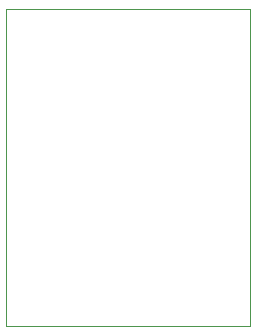
<source format=gbr>
G04 #@! TF.GenerationSoftware,KiCad,Pcbnew,8.0.1*
G04 #@! TF.CreationDate,2025-02-25T23:30:01-07:00*
G04 #@! TF.ProjectId,Temperature_Flex,54656d70-6572-4617-9475-72655f466c65,rev?*
G04 #@! TF.SameCoordinates,Original*
G04 #@! TF.FileFunction,Profile,NP*
%FSLAX46Y46*%
G04 Gerber Fmt 4.6, Leading zero omitted, Abs format (unit mm)*
G04 Created by KiCad (PCBNEW 8.0.1) date 2025-02-25 23:30:01*
%MOMM*%
%LPD*%
G01*
G04 APERTURE LIST*
G04 #@! TA.AperFunction,Profile*
%ADD10C,0.050000*%
G04 #@! TD*
G04 APERTURE END LIST*
D10*
X181250000Y-50070000D02*
X201870000Y-50070000D01*
X201870000Y-76930000D01*
X181250000Y-76930000D01*
X181250000Y-50070000D01*
M02*

</source>
